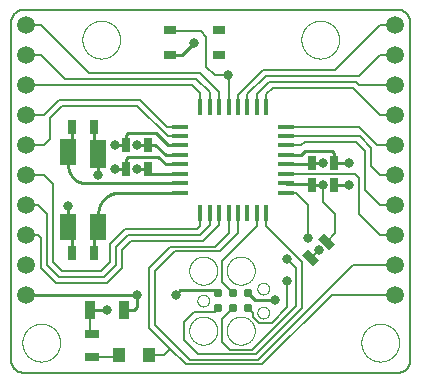
<source format=gtl>
G75*
%MOIN*%
%OFA0B0*%
%FSLAX25Y25*%
%IPPOS*%
%LPD*%
%AMOC8*
5,1,8,0,0,1.08239X$1,22.5*
%
%ADD10C,0.00800*%
%ADD11C,0.00000*%
%ADD12R,0.02756X0.05118*%
%ADD13R,0.03543X0.06299*%
%ADD14R,0.04134X0.02559*%
%ADD15C,0.03100*%
%ADD16R,0.05512X0.01575*%
%ADD17R,0.01575X0.05512*%
%ADD18R,0.05512X0.08661*%
%ADD19R,0.05512X0.09449*%
%ADD20C,0.05906*%
%ADD21R,0.04331X0.04921*%
%ADD22R,0.05118X0.02756*%
%ADD23C,0.03169*%
%ADD24C,0.01000*%
D10*
X0003750Y0005623D02*
X0003750Y0118377D01*
X0003752Y0118504D01*
X0003758Y0118631D01*
X0003768Y0118757D01*
X0003781Y0118884D01*
X0003799Y0119009D01*
X0003820Y0119135D01*
X0003845Y0119259D01*
X0003875Y0119383D01*
X0003907Y0119505D01*
X0003944Y0119627D01*
X0003984Y0119747D01*
X0004028Y0119866D01*
X0004076Y0119984D01*
X0004127Y0120100D01*
X0004182Y0120215D01*
X0004241Y0120328D01*
X0004302Y0120439D01*
X0004368Y0120547D01*
X0004436Y0120654D01*
X0004508Y0120759D01*
X0004583Y0120862D01*
X0004661Y0120962D01*
X0004742Y0121059D01*
X0004826Y0121155D01*
X0004913Y0121247D01*
X0005003Y0121337D01*
X0005095Y0121424D01*
X0005191Y0121508D01*
X0005288Y0121589D01*
X0005388Y0121667D01*
X0005491Y0121742D01*
X0005596Y0121814D01*
X0005703Y0121882D01*
X0005812Y0121948D01*
X0005922Y0122009D01*
X0006035Y0122068D01*
X0006150Y0122123D01*
X0006266Y0122174D01*
X0006384Y0122222D01*
X0006503Y0122266D01*
X0006623Y0122306D01*
X0006745Y0122343D01*
X0006867Y0122375D01*
X0006991Y0122405D01*
X0007115Y0122430D01*
X0007241Y0122451D01*
X0007366Y0122469D01*
X0007493Y0122482D01*
X0007619Y0122492D01*
X0007746Y0122498D01*
X0007873Y0122500D01*
X0132627Y0122500D01*
X0132754Y0122498D01*
X0132881Y0122492D01*
X0133007Y0122482D01*
X0133134Y0122469D01*
X0133259Y0122451D01*
X0133385Y0122430D01*
X0133509Y0122405D01*
X0133633Y0122375D01*
X0133755Y0122343D01*
X0133877Y0122306D01*
X0133997Y0122266D01*
X0134116Y0122222D01*
X0134234Y0122174D01*
X0134350Y0122123D01*
X0134465Y0122068D01*
X0134578Y0122009D01*
X0134689Y0121948D01*
X0134797Y0121882D01*
X0134904Y0121814D01*
X0135009Y0121742D01*
X0135112Y0121667D01*
X0135212Y0121589D01*
X0135309Y0121508D01*
X0135405Y0121424D01*
X0135497Y0121337D01*
X0135587Y0121247D01*
X0135674Y0121155D01*
X0135758Y0121059D01*
X0135839Y0120962D01*
X0135917Y0120862D01*
X0135992Y0120759D01*
X0136064Y0120654D01*
X0136132Y0120547D01*
X0136198Y0120439D01*
X0136259Y0120328D01*
X0136318Y0120215D01*
X0136373Y0120100D01*
X0136424Y0119984D01*
X0136472Y0119866D01*
X0136516Y0119747D01*
X0136556Y0119627D01*
X0136593Y0119505D01*
X0136625Y0119383D01*
X0136655Y0119259D01*
X0136680Y0119135D01*
X0136701Y0119009D01*
X0136719Y0118884D01*
X0136732Y0118757D01*
X0136742Y0118631D01*
X0136748Y0118504D01*
X0136750Y0118377D01*
X0136750Y0005623D01*
X0136748Y0005496D01*
X0136742Y0005369D01*
X0136732Y0005243D01*
X0136719Y0005116D01*
X0136701Y0004991D01*
X0136680Y0004865D01*
X0136655Y0004741D01*
X0136625Y0004617D01*
X0136593Y0004495D01*
X0136556Y0004373D01*
X0136516Y0004253D01*
X0136472Y0004134D01*
X0136424Y0004016D01*
X0136373Y0003900D01*
X0136318Y0003785D01*
X0136259Y0003672D01*
X0136198Y0003561D01*
X0136132Y0003453D01*
X0136064Y0003346D01*
X0135992Y0003241D01*
X0135917Y0003138D01*
X0135839Y0003038D01*
X0135758Y0002941D01*
X0135674Y0002845D01*
X0135587Y0002753D01*
X0135497Y0002663D01*
X0135405Y0002576D01*
X0135309Y0002492D01*
X0135212Y0002411D01*
X0135112Y0002333D01*
X0135009Y0002258D01*
X0134904Y0002186D01*
X0134797Y0002118D01*
X0134689Y0002052D01*
X0134578Y0001991D01*
X0134465Y0001932D01*
X0134350Y0001877D01*
X0134234Y0001826D01*
X0134116Y0001778D01*
X0133997Y0001734D01*
X0133877Y0001694D01*
X0133755Y0001657D01*
X0133633Y0001625D01*
X0133509Y0001595D01*
X0133385Y0001570D01*
X0133259Y0001549D01*
X0133134Y0001531D01*
X0133007Y0001518D01*
X0132881Y0001508D01*
X0132754Y0001502D01*
X0132627Y0001500D01*
X0007873Y0001500D01*
X0007746Y0001502D01*
X0007619Y0001508D01*
X0007493Y0001518D01*
X0007366Y0001531D01*
X0007241Y0001549D01*
X0007115Y0001570D01*
X0006991Y0001595D01*
X0006867Y0001625D01*
X0006745Y0001657D01*
X0006623Y0001694D01*
X0006503Y0001734D01*
X0006384Y0001778D01*
X0006266Y0001826D01*
X0006150Y0001877D01*
X0006035Y0001932D01*
X0005922Y0001991D01*
X0005811Y0002052D01*
X0005703Y0002118D01*
X0005596Y0002186D01*
X0005491Y0002258D01*
X0005388Y0002333D01*
X0005288Y0002411D01*
X0005191Y0002492D01*
X0005095Y0002576D01*
X0005003Y0002663D01*
X0004913Y0002753D01*
X0004826Y0002845D01*
X0004742Y0002941D01*
X0004661Y0003038D01*
X0004583Y0003138D01*
X0004508Y0003241D01*
X0004436Y0003346D01*
X0004368Y0003453D01*
X0004302Y0003562D01*
X0004241Y0003672D01*
X0004182Y0003785D01*
X0004127Y0003900D01*
X0004076Y0004016D01*
X0004028Y0004134D01*
X0003984Y0004253D01*
X0003944Y0004373D01*
X0003907Y0004495D01*
X0003875Y0004617D01*
X0003845Y0004741D01*
X0003820Y0004865D01*
X0003799Y0004991D01*
X0003781Y0005116D01*
X0003768Y0005243D01*
X0003758Y0005369D01*
X0003752Y0005496D01*
X0003750Y0005623D01*
X0030750Y0006760D02*
X0039089Y0006760D01*
X0039829Y0007500D01*
X0049671Y0007500D02*
X0054750Y0007500D01*
X0056750Y0009500D01*
X0061987Y0004263D01*
X0087277Y0004263D01*
X0110515Y0027500D01*
X0131750Y0027500D01*
X0131750Y0037500D02*
X0117722Y0037500D01*
X0086063Y0005840D01*
X0063410Y0005840D01*
X0051750Y0017500D01*
X0051750Y0035500D01*
X0058250Y0042000D01*
X0073250Y0042000D01*
X0079325Y0048075D01*
X0079325Y0054783D01*
X0076175Y0054783D02*
X0076175Y0047925D01*
X0071750Y0043500D01*
X0056750Y0043500D01*
X0049750Y0036500D01*
X0049750Y0016500D01*
X0056750Y0009500D01*
X0061180Y0012281D02*
X0061180Y0018351D01*
X0064629Y0021800D01*
X0071550Y0021800D01*
X0072750Y0023000D01*
X0074050Y0019300D02*
X0074050Y0011860D01*
X0076769Y0009142D01*
X0084127Y0009142D01*
X0098750Y0023764D01*
X0098750Y0036500D01*
X0095750Y0039500D01*
X0100750Y0038500D02*
X0100750Y0023143D01*
X0085170Y0007563D01*
X0065898Y0007563D01*
X0061180Y0012281D01*
X0074050Y0019300D02*
X0077750Y0023000D01*
X0082750Y0023000D02*
X0084350Y0021400D01*
X0084350Y0020100D01*
X0086472Y0017978D01*
X0090514Y0017982D01*
X0095784Y0023277D01*
X0095750Y0032000D01*
X0100750Y0038500D02*
X0088774Y0050476D01*
X0088774Y0054783D01*
X0085624Y0054783D02*
X0085624Y0050374D01*
X0074005Y0038755D01*
X0074005Y0031745D01*
X0077750Y0028000D01*
X0067750Y0045500D02*
X0043750Y0045500D01*
X0040750Y0042500D01*
X0040750Y0036500D01*
X0035750Y0031500D01*
X0018750Y0031500D01*
X0013750Y0036500D01*
X0013750Y0046500D01*
X0012750Y0047500D01*
X0008750Y0047500D01*
X0015750Y0054500D02*
X0012750Y0057500D01*
X0008750Y0057500D01*
X0015750Y0054500D02*
X0015750Y0037500D01*
X0019750Y0033500D01*
X0034750Y0033500D01*
X0038750Y0037500D01*
X0038750Y0043500D01*
X0042750Y0047500D01*
X0066750Y0047500D01*
X0069876Y0050626D01*
X0069876Y0054783D01*
X0073026Y0054783D02*
X0073026Y0050776D01*
X0067750Y0045500D01*
X0065750Y0049500D02*
X0041750Y0049500D01*
X0036750Y0044500D01*
X0036750Y0038500D01*
X0033750Y0035500D01*
X0020750Y0035500D01*
X0017750Y0038500D01*
X0017750Y0064500D01*
X0014750Y0067500D01*
X0008750Y0067500D01*
X0008750Y0077500D02*
X0014750Y0077500D01*
X0016750Y0079500D01*
X0016750Y0086500D01*
X0020750Y0090500D01*
X0045750Y0090500D01*
X0055876Y0080374D01*
X0060033Y0080374D01*
X0060033Y0083524D02*
X0055726Y0083524D01*
X0046750Y0092500D01*
X0019750Y0092500D01*
X0014750Y0087500D01*
X0008750Y0087500D01*
X0008750Y0097500D02*
X0063915Y0097500D01*
X0066726Y0094688D01*
X0066726Y0090217D01*
X0069876Y0090217D02*
X0069876Y0094909D01*
X0065285Y0099500D01*
X0021750Y0099500D01*
X0013750Y0107500D01*
X0008750Y0107500D01*
X0008750Y0117500D02*
X0013750Y0117500D01*
X0029750Y0101500D01*
X0066660Y0101500D01*
X0073026Y0095134D01*
X0073026Y0090217D01*
X0076175Y0090217D02*
X0076175Y0100675D01*
X0076150Y0100700D01*
X0071550Y0100700D01*
X0068750Y0103500D01*
X0068750Y0113500D01*
X0067010Y0115240D01*
X0056089Y0115240D01*
X0056581Y0115732D01*
X0079325Y0094075D02*
X0087750Y0102500D01*
X0111750Y0102500D01*
X0126750Y0117500D01*
X0131750Y0117500D01*
X0131750Y0107500D02*
X0126750Y0107500D01*
X0119750Y0100500D01*
X0088750Y0100500D01*
X0082474Y0094224D01*
X0082474Y0090217D01*
X0079325Y0090217D02*
X0079325Y0094075D01*
X0085624Y0094374D02*
X0085624Y0090217D01*
X0088774Y0090217D02*
X0088774Y0094285D01*
X0090989Y0096500D01*
X0117750Y0096500D01*
X0126750Y0087500D01*
X0131750Y0087500D01*
X0131750Y0097500D02*
X0119750Y0097500D01*
X0118750Y0098500D01*
X0089750Y0098500D01*
X0085624Y0094374D01*
X0095467Y0083524D02*
X0119726Y0083524D01*
X0125750Y0077500D01*
X0131750Y0077500D01*
X0123750Y0076500D02*
X0123750Y0070500D01*
X0126750Y0067500D01*
X0131750Y0067500D01*
X0121750Y0062500D02*
X0126750Y0057500D01*
X0131750Y0057500D01*
X0121750Y0062500D02*
X0121750Y0075500D01*
X0118750Y0078500D01*
X0101750Y0078500D01*
X0100474Y0077224D01*
X0095467Y0077224D01*
X0095467Y0080374D02*
X0119876Y0080374D01*
X0123750Y0076500D01*
X0118474Y0067776D02*
X0119750Y0066500D01*
X0119750Y0054500D01*
X0126750Y0047500D01*
X0131750Y0047500D01*
X0111750Y0048000D02*
X0108895Y0045145D01*
X0106250Y0042500D02*
X0103605Y0039855D01*
X0102750Y0046500D02*
X0102750Y0057500D01*
X0098774Y0061476D01*
X0095467Y0061476D01*
X0095467Y0067776D02*
X0118474Y0067776D01*
X0107750Y0064000D02*
X0107750Y0058289D01*
X0111750Y0054289D01*
X0111750Y0048000D01*
X0066726Y0050476D02*
X0065750Y0049500D01*
X0066726Y0050476D02*
X0066726Y0054783D01*
X0030041Y0022500D02*
X0030041Y0014949D01*
X0030750Y0014240D01*
D11*
X0007451Y0011500D02*
X0007453Y0011658D01*
X0007459Y0011816D01*
X0007469Y0011974D01*
X0007483Y0012132D01*
X0007501Y0012289D01*
X0007522Y0012446D01*
X0007548Y0012602D01*
X0007578Y0012758D01*
X0007611Y0012913D01*
X0007649Y0013066D01*
X0007690Y0013219D01*
X0007735Y0013371D01*
X0007784Y0013522D01*
X0007837Y0013671D01*
X0007893Y0013819D01*
X0007953Y0013965D01*
X0008017Y0014110D01*
X0008085Y0014253D01*
X0008156Y0014395D01*
X0008230Y0014535D01*
X0008308Y0014672D01*
X0008390Y0014808D01*
X0008474Y0014942D01*
X0008563Y0015073D01*
X0008654Y0015202D01*
X0008749Y0015329D01*
X0008846Y0015454D01*
X0008947Y0015576D01*
X0009051Y0015695D01*
X0009158Y0015812D01*
X0009268Y0015926D01*
X0009381Y0016037D01*
X0009496Y0016146D01*
X0009614Y0016251D01*
X0009735Y0016353D01*
X0009858Y0016453D01*
X0009984Y0016549D01*
X0010112Y0016642D01*
X0010242Y0016732D01*
X0010375Y0016818D01*
X0010510Y0016902D01*
X0010646Y0016981D01*
X0010785Y0017058D01*
X0010926Y0017130D01*
X0011068Y0017200D01*
X0011212Y0017265D01*
X0011358Y0017327D01*
X0011505Y0017385D01*
X0011654Y0017440D01*
X0011804Y0017491D01*
X0011955Y0017538D01*
X0012107Y0017581D01*
X0012260Y0017620D01*
X0012415Y0017656D01*
X0012570Y0017687D01*
X0012726Y0017715D01*
X0012882Y0017739D01*
X0013039Y0017759D01*
X0013197Y0017775D01*
X0013354Y0017787D01*
X0013513Y0017795D01*
X0013671Y0017799D01*
X0013829Y0017799D01*
X0013987Y0017795D01*
X0014146Y0017787D01*
X0014303Y0017775D01*
X0014461Y0017759D01*
X0014618Y0017739D01*
X0014774Y0017715D01*
X0014930Y0017687D01*
X0015085Y0017656D01*
X0015240Y0017620D01*
X0015393Y0017581D01*
X0015545Y0017538D01*
X0015696Y0017491D01*
X0015846Y0017440D01*
X0015995Y0017385D01*
X0016142Y0017327D01*
X0016288Y0017265D01*
X0016432Y0017200D01*
X0016574Y0017130D01*
X0016715Y0017058D01*
X0016854Y0016981D01*
X0016990Y0016902D01*
X0017125Y0016818D01*
X0017258Y0016732D01*
X0017388Y0016642D01*
X0017516Y0016549D01*
X0017642Y0016453D01*
X0017765Y0016353D01*
X0017886Y0016251D01*
X0018004Y0016146D01*
X0018119Y0016037D01*
X0018232Y0015926D01*
X0018342Y0015812D01*
X0018449Y0015695D01*
X0018553Y0015576D01*
X0018654Y0015454D01*
X0018751Y0015329D01*
X0018846Y0015202D01*
X0018937Y0015073D01*
X0019026Y0014942D01*
X0019110Y0014808D01*
X0019192Y0014672D01*
X0019270Y0014535D01*
X0019344Y0014395D01*
X0019415Y0014253D01*
X0019483Y0014110D01*
X0019547Y0013965D01*
X0019607Y0013819D01*
X0019663Y0013671D01*
X0019716Y0013522D01*
X0019765Y0013371D01*
X0019810Y0013219D01*
X0019851Y0013066D01*
X0019889Y0012913D01*
X0019922Y0012758D01*
X0019952Y0012602D01*
X0019978Y0012446D01*
X0019999Y0012289D01*
X0020017Y0012132D01*
X0020031Y0011974D01*
X0020041Y0011816D01*
X0020047Y0011658D01*
X0020049Y0011500D01*
X0020047Y0011342D01*
X0020041Y0011184D01*
X0020031Y0011026D01*
X0020017Y0010868D01*
X0019999Y0010711D01*
X0019978Y0010554D01*
X0019952Y0010398D01*
X0019922Y0010242D01*
X0019889Y0010087D01*
X0019851Y0009934D01*
X0019810Y0009781D01*
X0019765Y0009629D01*
X0019716Y0009478D01*
X0019663Y0009329D01*
X0019607Y0009181D01*
X0019547Y0009035D01*
X0019483Y0008890D01*
X0019415Y0008747D01*
X0019344Y0008605D01*
X0019270Y0008465D01*
X0019192Y0008328D01*
X0019110Y0008192D01*
X0019026Y0008058D01*
X0018937Y0007927D01*
X0018846Y0007798D01*
X0018751Y0007671D01*
X0018654Y0007546D01*
X0018553Y0007424D01*
X0018449Y0007305D01*
X0018342Y0007188D01*
X0018232Y0007074D01*
X0018119Y0006963D01*
X0018004Y0006854D01*
X0017886Y0006749D01*
X0017765Y0006647D01*
X0017642Y0006547D01*
X0017516Y0006451D01*
X0017388Y0006358D01*
X0017258Y0006268D01*
X0017125Y0006182D01*
X0016990Y0006098D01*
X0016854Y0006019D01*
X0016715Y0005942D01*
X0016574Y0005870D01*
X0016432Y0005800D01*
X0016288Y0005735D01*
X0016142Y0005673D01*
X0015995Y0005615D01*
X0015846Y0005560D01*
X0015696Y0005509D01*
X0015545Y0005462D01*
X0015393Y0005419D01*
X0015240Y0005380D01*
X0015085Y0005344D01*
X0014930Y0005313D01*
X0014774Y0005285D01*
X0014618Y0005261D01*
X0014461Y0005241D01*
X0014303Y0005225D01*
X0014146Y0005213D01*
X0013987Y0005205D01*
X0013829Y0005201D01*
X0013671Y0005201D01*
X0013513Y0005205D01*
X0013354Y0005213D01*
X0013197Y0005225D01*
X0013039Y0005241D01*
X0012882Y0005261D01*
X0012726Y0005285D01*
X0012570Y0005313D01*
X0012415Y0005344D01*
X0012260Y0005380D01*
X0012107Y0005419D01*
X0011955Y0005462D01*
X0011804Y0005509D01*
X0011654Y0005560D01*
X0011505Y0005615D01*
X0011358Y0005673D01*
X0011212Y0005735D01*
X0011068Y0005800D01*
X0010926Y0005870D01*
X0010785Y0005942D01*
X0010646Y0006019D01*
X0010510Y0006098D01*
X0010375Y0006182D01*
X0010242Y0006268D01*
X0010112Y0006358D01*
X0009984Y0006451D01*
X0009858Y0006547D01*
X0009735Y0006647D01*
X0009614Y0006749D01*
X0009496Y0006854D01*
X0009381Y0006963D01*
X0009268Y0007074D01*
X0009158Y0007188D01*
X0009051Y0007305D01*
X0008947Y0007424D01*
X0008846Y0007546D01*
X0008749Y0007671D01*
X0008654Y0007798D01*
X0008563Y0007927D01*
X0008474Y0008058D01*
X0008390Y0008192D01*
X0008308Y0008328D01*
X0008230Y0008465D01*
X0008156Y0008605D01*
X0008085Y0008747D01*
X0008017Y0008890D01*
X0007953Y0009035D01*
X0007893Y0009181D01*
X0007837Y0009329D01*
X0007784Y0009478D01*
X0007735Y0009629D01*
X0007690Y0009781D01*
X0007649Y0009934D01*
X0007611Y0010087D01*
X0007578Y0010242D01*
X0007548Y0010398D01*
X0007522Y0010554D01*
X0007501Y0010711D01*
X0007483Y0010868D01*
X0007469Y0011026D01*
X0007459Y0011184D01*
X0007453Y0011342D01*
X0007451Y0011500D01*
X0063075Y0015500D02*
X0063077Y0015637D01*
X0063083Y0015773D01*
X0063093Y0015909D01*
X0063107Y0016045D01*
X0063125Y0016181D01*
X0063147Y0016316D01*
X0063172Y0016450D01*
X0063202Y0016583D01*
X0063236Y0016715D01*
X0063273Y0016847D01*
X0063314Y0016977D01*
X0063360Y0017106D01*
X0063408Y0017234D01*
X0063461Y0017360D01*
X0063517Y0017484D01*
X0063577Y0017607D01*
X0063640Y0017728D01*
X0063707Y0017847D01*
X0063777Y0017964D01*
X0063851Y0018080D01*
X0063928Y0018192D01*
X0064008Y0018303D01*
X0064092Y0018411D01*
X0064179Y0018517D01*
X0064268Y0018620D01*
X0064361Y0018720D01*
X0064456Y0018818D01*
X0064555Y0018913D01*
X0064656Y0019005D01*
X0064760Y0019093D01*
X0064866Y0019179D01*
X0064975Y0019262D01*
X0065086Y0019341D01*
X0065199Y0019418D01*
X0065315Y0019491D01*
X0065432Y0019560D01*
X0065552Y0019626D01*
X0065673Y0019688D01*
X0065797Y0019747D01*
X0065922Y0019803D01*
X0066048Y0019854D01*
X0066176Y0019902D01*
X0066305Y0019946D01*
X0066436Y0019987D01*
X0066568Y0020023D01*
X0066700Y0020056D01*
X0066834Y0020084D01*
X0066968Y0020109D01*
X0067103Y0020130D01*
X0067239Y0020147D01*
X0067375Y0020160D01*
X0067511Y0020169D01*
X0067648Y0020174D01*
X0067784Y0020175D01*
X0067921Y0020172D01*
X0068057Y0020165D01*
X0068193Y0020154D01*
X0068329Y0020139D01*
X0068464Y0020120D01*
X0068599Y0020097D01*
X0068733Y0020070D01*
X0068866Y0020040D01*
X0068998Y0020005D01*
X0069130Y0019967D01*
X0069259Y0019925D01*
X0069388Y0019879D01*
X0069515Y0019829D01*
X0069641Y0019775D01*
X0069765Y0019718D01*
X0069888Y0019658D01*
X0070008Y0019593D01*
X0070127Y0019526D01*
X0070243Y0019455D01*
X0070358Y0019380D01*
X0070470Y0019302D01*
X0070580Y0019221D01*
X0070688Y0019137D01*
X0070793Y0019049D01*
X0070895Y0018959D01*
X0070995Y0018866D01*
X0071092Y0018769D01*
X0071186Y0018670D01*
X0071277Y0018569D01*
X0071365Y0018464D01*
X0071450Y0018357D01*
X0071532Y0018248D01*
X0071611Y0018136D01*
X0071686Y0018022D01*
X0071758Y0017906D01*
X0071827Y0017788D01*
X0071892Y0017668D01*
X0071954Y0017546D01*
X0072012Y0017422D01*
X0072066Y0017297D01*
X0072117Y0017170D01*
X0072163Y0017042D01*
X0072207Y0016912D01*
X0072246Y0016781D01*
X0072282Y0016649D01*
X0072313Y0016516D01*
X0072341Y0016383D01*
X0072365Y0016248D01*
X0072385Y0016113D01*
X0072401Y0015977D01*
X0072413Y0015841D01*
X0072421Y0015705D01*
X0072425Y0015568D01*
X0072425Y0015432D01*
X0072421Y0015295D01*
X0072413Y0015159D01*
X0072401Y0015023D01*
X0072385Y0014887D01*
X0072365Y0014752D01*
X0072341Y0014617D01*
X0072313Y0014484D01*
X0072282Y0014351D01*
X0072246Y0014219D01*
X0072207Y0014088D01*
X0072163Y0013958D01*
X0072117Y0013830D01*
X0072066Y0013703D01*
X0072012Y0013578D01*
X0071954Y0013454D01*
X0071892Y0013332D01*
X0071827Y0013212D01*
X0071758Y0013094D01*
X0071686Y0012978D01*
X0071611Y0012864D01*
X0071532Y0012752D01*
X0071450Y0012643D01*
X0071365Y0012536D01*
X0071277Y0012431D01*
X0071186Y0012330D01*
X0071092Y0012231D01*
X0070995Y0012134D01*
X0070895Y0012041D01*
X0070793Y0011951D01*
X0070688Y0011863D01*
X0070580Y0011779D01*
X0070470Y0011698D01*
X0070358Y0011620D01*
X0070243Y0011545D01*
X0070127Y0011474D01*
X0070008Y0011407D01*
X0069888Y0011342D01*
X0069765Y0011282D01*
X0069641Y0011225D01*
X0069515Y0011171D01*
X0069388Y0011121D01*
X0069259Y0011075D01*
X0069130Y0011033D01*
X0068998Y0010995D01*
X0068866Y0010960D01*
X0068733Y0010930D01*
X0068599Y0010903D01*
X0068464Y0010880D01*
X0068329Y0010861D01*
X0068193Y0010846D01*
X0068057Y0010835D01*
X0067921Y0010828D01*
X0067784Y0010825D01*
X0067648Y0010826D01*
X0067511Y0010831D01*
X0067375Y0010840D01*
X0067239Y0010853D01*
X0067103Y0010870D01*
X0066968Y0010891D01*
X0066834Y0010916D01*
X0066700Y0010944D01*
X0066568Y0010977D01*
X0066436Y0011013D01*
X0066305Y0011054D01*
X0066176Y0011098D01*
X0066048Y0011146D01*
X0065922Y0011197D01*
X0065797Y0011253D01*
X0065673Y0011312D01*
X0065552Y0011374D01*
X0065432Y0011440D01*
X0065315Y0011509D01*
X0065199Y0011582D01*
X0065086Y0011659D01*
X0064975Y0011738D01*
X0064866Y0011821D01*
X0064760Y0011907D01*
X0064656Y0011995D01*
X0064555Y0012087D01*
X0064456Y0012182D01*
X0064361Y0012280D01*
X0064268Y0012380D01*
X0064179Y0012483D01*
X0064092Y0012589D01*
X0064008Y0012697D01*
X0063928Y0012808D01*
X0063851Y0012920D01*
X0063777Y0013036D01*
X0063707Y0013153D01*
X0063640Y0013272D01*
X0063577Y0013393D01*
X0063517Y0013516D01*
X0063461Y0013640D01*
X0063408Y0013766D01*
X0063360Y0013894D01*
X0063314Y0014023D01*
X0063273Y0014153D01*
X0063236Y0014285D01*
X0063202Y0014417D01*
X0063172Y0014550D01*
X0063147Y0014684D01*
X0063125Y0014819D01*
X0063107Y0014955D01*
X0063093Y0015091D01*
X0063083Y0015227D01*
X0063077Y0015363D01*
X0063075Y0015500D01*
X0065800Y0025500D02*
X0065802Y0025588D01*
X0065808Y0025676D01*
X0065818Y0025764D01*
X0065832Y0025851D01*
X0065850Y0025937D01*
X0065871Y0026022D01*
X0065897Y0026107D01*
X0065926Y0026190D01*
X0065959Y0026272D01*
X0065996Y0026352D01*
X0066036Y0026430D01*
X0066080Y0026507D01*
X0066127Y0026581D01*
X0066178Y0026653D01*
X0066231Y0026723D01*
X0066288Y0026791D01*
X0066348Y0026855D01*
X0066411Y0026917D01*
X0066476Y0026976D01*
X0066544Y0027032D01*
X0066615Y0027085D01*
X0066687Y0027135D01*
X0066762Y0027181D01*
X0066839Y0027224D01*
X0066918Y0027264D01*
X0066999Y0027299D01*
X0067081Y0027332D01*
X0067164Y0027360D01*
X0067249Y0027385D01*
X0067335Y0027405D01*
X0067421Y0027422D01*
X0067508Y0027435D01*
X0067596Y0027444D01*
X0067684Y0027449D01*
X0067772Y0027450D01*
X0067860Y0027447D01*
X0067948Y0027440D01*
X0068035Y0027429D01*
X0068122Y0027414D01*
X0068208Y0027395D01*
X0068294Y0027373D01*
X0068378Y0027346D01*
X0068460Y0027316D01*
X0068542Y0027282D01*
X0068622Y0027244D01*
X0068699Y0027203D01*
X0068775Y0027159D01*
X0068849Y0027111D01*
X0068921Y0027059D01*
X0068990Y0027005D01*
X0069057Y0026947D01*
X0069121Y0026887D01*
X0069182Y0026823D01*
X0069241Y0026757D01*
X0069296Y0026689D01*
X0069348Y0026617D01*
X0069397Y0026544D01*
X0069442Y0026469D01*
X0069484Y0026391D01*
X0069523Y0026312D01*
X0069558Y0026231D01*
X0069589Y0026148D01*
X0069616Y0026065D01*
X0069640Y0025980D01*
X0069660Y0025894D01*
X0069676Y0025807D01*
X0069688Y0025720D01*
X0069696Y0025632D01*
X0069700Y0025544D01*
X0069700Y0025456D01*
X0069696Y0025368D01*
X0069688Y0025280D01*
X0069676Y0025193D01*
X0069660Y0025106D01*
X0069640Y0025020D01*
X0069616Y0024935D01*
X0069589Y0024852D01*
X0069558Y0024769D01*
X0069523Y0024688D01*
X0069484Y0024609D01*
X0069442Y0024531D01*
X0069397Y0024456D01*
X0069348Y0024383D01*
X0069296Y0024311D01*
X0069241Y0024243D01*
X0069182Y0024177D01*
X0069121Y0024113D01*
X0069057Y0024053D01*
X0068990Y0023995D01*
X0068921Y0023941D01*
X0068849Y0023889D01*
X0068775Y0023841D01*
X0068699Y0023797D01*
X0068622Y0023756D01*
X0068542Y0023718D01*
X0068460Y0023684D01*
X0068378Y0023654D01*
X0068294Y0023627D01*
X0068208Y0023605D01*
X0068122Y0023586D01*
X0068035Y0023571D01*
X0067948Y0023560D01*
X0067860Y0023553D01*
X0067772Y0023550D01*
X0067684Y0023551D01*
X0067596Y0023556D01*
X0067508Y0023565D01*
X0067421Y0023578D01*
X0067335Y0023595D01*
X0067249Y0023615D01*
X0067164Y0023640D01*
X0067081Y0023668D01*
X0066999Y0023701D01*
X0066918Y0023736D01*
X0066839Y0023776D01*
X0066762Y0023819D01*
X0066687Y0023865D01*
X0066615Y0023915D01*
X0066544Y0023968D01*
X0066476Y0024024D01*
X0066411Y0024083D01*
X0066348Y0024145D01*
X0066288Y0024209D01*
X0066231Y0024277D01*
X0066178Y0024347D01*
X0066127Y0024419D01*
X0066080Y0024493D01*
X0066036Y0024570D01*
X0065996Y0024648D01*
X0065959Y0024728D01*
X0065926Y0024810D01*
X0065897Y0024893D01*
X0065871Y0024978D01*
X0065850Y0025063D01*
X0065832Y0025149D01*
X0065818Y0025236D01*
X0065808Y0025324D01*
X0065802Y0025412D01*
X0065800Y0025500D01*
X0063075Y0035500D02*
X0063077Y0035637D01*
X0063083Y0035773D01*
X0063093Y0035909D01*
X0063107Y0036045D01*
X0063125Y0036181D01*
X0063147Y0036316D01*
X0063172Y0036450D01*
X0063202Y0036583D01*
X0063236Y0036715D01*
X0063273Y0036847D01*
X0063314Y0036977D01*
X0063360Y0037106D01*
X0063408Y0037234D01*
X0063461Y0037360D01*
X0063517Y0037484D01*
X0063577Y0037607D01*
X0063640Y0037728D01*
X0063707Y0037847D01*
X0063777Y0037964D01*
X0063851Y0038080D01*
X0063928Y0038192D01*
X0064008Y0038303D01*
X0064092Y0038411D01*
X0064179Y0038517D01*
X0064268Y0038620D01*
X0064361Y0038720D01*
X0064456Y0038818D01*
X0064555Y0038913D01*
X0064656Y0039005D01*
X0064760Y0039093D01*
X0064866Y0039179D01*
X0064975Y0039262D01*
X0065086Y0039341D01*
X0065199Y0039418D01*
X0065315Y0039491D01*
X0065432Y0039560D01*
X0065552Y0039626D01*
X0065673Y0039688D01*
X0065797Y0039747D01*
X0065922Y0039803D01*
X0066048Y0039854D01*
X0066176Y0039902D01*
X0066305Y0039946D01*
X0066436Y0039987D01*
X0066568Y0040023D01*
X0066700Y0040056D01*
X0066834Y0040084D01*
X0066968Y0040109D01*
X0067103Y0040130D01*
X0067239Y0040147D01*
X0067375Y0040160D01*
X0067511Y0040169D01*
X0067648Y0040174D01*
X0067784Y0040175D01*
X0067921Y0040172D01*
X0068057Y0040165D01*
X0068193Y0040154D01*
X0068329Y0040139D01*
X0068464Y0040120D01*
X0068599Y0040097D01*
X0068733Y0040070D01*
X0068866Y0040040D01*
X0068998Y0040005D01*
X0069130Y0039967D01*
X0069259Y0039925D01*
X0069388Y0039879D01*
X0069515Y0039829D01*
X0069641Y0039775D01*
X0069765Y0039718D01*
X0069888Y0039658D01*
X0070008Y0039593D01*
X0070127Y0039526D01*
X0070243Y0039455D01*
X0070358Y0039380D01*
X0070470Y0039302D01*
X0070580Y0039221D01*
X0070688Y0039137D01*
X0070793Y0039049D01*
X0070895Y0038959D01*
X0070995Y0038866D01*
X0071092Y0038769D01*
X0071186Y0038670D01*
X0071277Y0038569D01*
X0071365Y0038464D01*
X0071450Y0038357D01*
X0071532Y0038248D01*
X0071611Y0038136D01*
X0071686Y0038022D01*
X0071758Y0037906D01*
X0071827Y0037788D01*
X0071892Y0037668D01*
X0071954Y0037546D01*
X0072012Y0037422D01*
X0072066Y0037297D01*
X0072117Y0037170D01*
X0072163Y0037042D01*
X0072207Y0036912D01*
X0072246Y0036781D01*
X0072282Y0036649D01*
X0072313Y0036516D01*
X0072341Y0036383D01*
X0072365Y0036248D01*
X0072385Y0036113D01*
X0072401Y0035977D01*
X0072413Y0035841D01*
X0072421Y0035705D01*
X0072425Y0035568D01*
X0072425Y0035432D01*
X0072421Y0035295D01*
X0072413Y0035159D01*
X0072401Y0035023D01*
X0072385Y0034887D01*
X0072365Y0034752D01*
X0072341Y0034617D01*
X0072313Y0034484D01*
X0072282Y0034351D01*
X0072246Y0034219D01*
X0072207Y0034088D01*
X0072163Y0033958D01*
X0072117Y0033830D01*
X0072066Y0033703D01*
X0072012Y0033578D01*
X0071954Y0033454D01*
X0071892Y0033332D01*
X0071827Y0033212D01*
X0071758Y0033094D01*
X0071686Y0032978D01*
X0071611Y0032864D01*
X0071532Y0032752D01*
X0071450Y0032643D01*
X0071365Y0032536D01*
X0071277Y0032431D01*
X0071186Y0032330D01*
X0071092Y0032231D01*
X0070995Y0032134D01*
X0070895Y0032041D01*
X0070793Y0031951D01*
X0070688Y0031863D01*
X0070580Y0031779D01*
X0070470Y0031698D01*
X0070358Y0031620D01*
X0070243Y0031545D01*
X0070127Y0031474D01*
X0070008Y0031407D01*
X0069888Y0031342D01*
X0069765Y0031282D01*
X0069641Y0031225D01*
X0069515Y0031171D01*
X0069388Y0031121D01*
X0069259Y0031075D01*
X0069130Y0031033D01*
X0068998Y0030995D01*
X0068866Y0030960D01*
X0068733Y0030930D01*
X0068599Y0030903D01*
X0068464Y0030880D01*
X0068329Y0030861D01*
X0068193Y0030846D01*
X0068057Y0030835D01*
X0067921Y0030828D01*
X0067784Y0030825D01*
X0067648Y0030826D01*
X0067511Y0030831D01*
X0067375Y0030840D01*
X0067239Y0030853D01*
X0067103Y0030870D01*
X0066968Y0030891D01*
X0066834Y0030916D01*
X0066700Y0030944D01*
X0066568Y0030977D01*
X0066436Y0031013D01*
X0066305Y0031054D01*
X0066176Y0031098D01*
X0066048Y0031146D01*
X0065922Y0031197D01*
X0065797Y0031253D01*
X0065673Y0031312D01*
X0065552Y0031374D01*
X0065432Y0031440D01*
X0065315Y0031509D01*
X0065199Y0031582D01*
X0065086Y0031659D01*
X0064975Y0031738D01*
X0064866Y0031821D01*
X0064760Y0031907D01*
X0064656Y0031995D01*
X0064555Y0032087D01*
X0064456Y0032182D01*
X0064361Y0032280D01*
X0064268Y0032380D01*
X0064179Y0032483D01*
X0064092Y0032589D01*
X0064008Y0032697D01*
X0063928Y0032808D01*
X0063851Y0032920D01*
X0063777Y0033036D01*
X0063707Y0033153D01*
X0063640Y0033272D01*
X0063577Y0033393D01*
X0063517Y0033516D01*
X0063461Y0033640D01*
X0063408Y0033766D01*
X0063360Y0033894D01*
X0063314Y0034023D01*
X0063273Y0034153D01*
X0063236Y0034285D01*
X0063202Y0034417D01*
X0063172Y0034550D01*
X0063147Y0034684D01*
X0063125Y0034819D01*
X0063107Y0034955D01*
X0063093Y0035091D01*
X0063083Y0035227D01*
X0063077Y0035363D01*
X0063075Y0035500D01*
X0075575Y0035500D02*
X0075577Y0035637D01*
X0075583Y0035773D01*
X0075593Y0035909D01*
X0075607Y0036045D01*
X0075625Y0036181D01*
X0075647Y0036316D01*
X0075672Y0036450D01*
X0075702Y0036583D01*
X0075736Y0036715D01*
X0075773Y0036847D01*
X0075814Y0036977D01*
X0075860Y0037106D01*
X0075908Y0037234D01*
X0075961Y0037360D01*
X0076017Y0037484D01*
X0076077Y0037607D01*
X0076140Y0037728D01*
X0076207Y0037847D01*
X0076277Y0037964D01*
X0076351Y0038080D01*
X0076428Y0038192D01*
X0076508Y0038303D01*
X0076592Y0038411D01*
X0076679Y0038517D01*
X0076768Y0038620D01*
X0076861Y0038720D01*
X0076956Y0038818D01*
X0077055Y0038913D01*
X0077156Y0039005D01*
X0077260Y0039093D01*
X0077366Y0039179D01*
X0077475Y0039262D01*
X0077586Y0039341D01*
X0077699Y0039418D01*
X0077815Y0039491D01*
X0077932Y0039560D01*
X0078052Y0039626D01*
X0078173Y0039688D01*
X0078297Y0039747D01*
X0078422Y0039803D01*
X0078548Y0039854D01*
X0078676Y0039902D01*
X0078805Y0039946D01*
X0078936Y0039987D01*
X0079068Y0040023D01*
X0079200Y0040056D01*
X0079334Y0040084D01*
X0079468Y0040109D01*
X0079603Y0040130D01*
X0079739Y0040147D01*
X0079875Y0040160D01*
X0080011Y0040169D01*
X0080148Y0040174D01*
X0080284Y0040175D01*
X0080421Y0040172D01*
X0080557Y0040165D01*
X0080693Y0040154D01*
X0080829Y0040139D01*
X0080964Y0040120D01*
X0081099Y0040097D01*
X0081233Y0040070D01*
X0081366Y0040040D01*
X0081498Y0040005D01*
X0081630Y0039967D01*
X0081759Y0039925D01*
X0081888Y0039879D01*
X0082015Y0039829D01*
X0082141Y0039775D01*
X0082265Y0039718D01*
X0082388Y0039658D01*
X0082508Y0039593D01*
X0082627Y0039526D01*
X0082743Y0039455D01*
X0082858Y0039380D01*
X0082970Y0039302D01*
X0083080Y0039221D01*
X0083188Y0039137D01*
X0083293Y0039049D01*
X0083395Y0038959D01*
X0083495Y0038866D01*
X0083592Y0038769D01*
X0083686Y0038670D01*
X0083777Y0038569D01*
X0083865Y0038464D01*
X0083950Y0038357D01*
X0084032Y0038248D01*
X0084111Y0038136D01*
X0084186Y0038022D01*
X0084258Y0037906D01*
X0084327Y0037788D01*
X0084392Y0037668D01*
X0084454Y0037546D01*
X0084512Y0037422D01*
X0084566Y0037297D01*
X0084617Y0037170D01*
X0084663Y0037042D01*
X0084707Y0036912D01*
X0084746Y0036781D01*
X0084782Y0036649D01*
X0084813Y0036516D01*
X0084841Y0036383D01*
X0084865Y0036248D01*
X0084885Y0036113D01*
X0084901Y0035977D01*
X0084913Y0035841D01*
X0084921Y0035705D01*
X0084925Y0035568D01*
X0084925Y0035432D01*
X0084921Y0035295D01*
X0084913Y0035159D01*
X0084901Y0035023D01*
X0084885Y0034887D01*
X0084865Y0034752D01*
X0084841Y0034617D01*
X0084813Y0034484D01*
X0084782Y0034351D01*
X0084746Y0034219D01*
X0084707Y0034088D01*
X0084663Y0033958D01*
X0084617Y0033830D01*
X0084566Y0033703D01*
X0084512Y0033578D01*
X0084454Y0033454D01*
X0084392Y0033332D01*
X0084327Y0033212D01*
X0084258Y0033094D01*
X0084186Y0032978D01*
X0084111Y0032864D01*
X0084032Y0032752D01*
X0083950Y0032643D01*
X0083865Y0032536D01*
X0083777Y0032431D01*
X0083686Y0032330D01*
X0083592Y0032231D01*
X0083495Y0032134D01*
X0083395Y0032041D01*
X0083293Y0031951D01*
X0083188Y0031863D01*
X0083080Y0031779D01*
X0082970Y0031698D01*
X0082858Y0031620D01*
X0082743Y0031545D01*
X0082627Y0031474D01*
X0082508Y0031407D01*
X0082388Y0031342D01*
X0082265Y0031282D01*
X0082141Y0031225D01*
X0082015Y0031171D01*
X0081888Y0031121D01*
X0081759Y0031075D01*
X0081630Y0031033D01*
X0081498Y0030995D01*
X0081366Y0030960D01*
X0081233Y0030930D01*
X0081099Y0030903D01*
X0080964Y0030880D01*
X0080829Y0030861D01*
X0080693Y0030846D01*
X0080557Y0030835D01*
X0080421Y0030828D01*
X0080284Y0030825D01*
X0080148Y0030826D01*
X0080011Y0030831D01*
X0079875Y0030840D01*
X0079739Y0030853D01*
X0079603Y0030870D01*
X0079468Y0030891D01*
X0079334Y0030916D01*
X0079200Y0030944D01*
X0079068Y0030977D01*
X0078936Y0031013D01*
X0078805Y0031054D01*
X0078676Y0031098D01*
X0078548Y0031146D01*
X0078422Y0031197D01*
X0078297Y0031253D01*
X0078173Y0031312D01*
X0078052Y0031374D01*
X0077932Y0031440D01*
X0077815Y0031509D01*
X0077699Y0031582D01*
X0077586Y0031659D01*
X0077475Y0031738D01*
X0077366Y0031821D01*
X0077260Y0031907D01*
X0077156Y0031995D01*
X0077055Y0032087D01*
X0076956Y0032182D01*
X0076861Y0032280D01*
X0076768Y0032380D01*
X0076679Y0032483D01*
X0076592Y0032589D01*
X0076508Y0032697D01*
X0076428Y0032808D01*
X0076351Y0032920D01*
X0076277Y0033036D01*
X0076207Y0033153D01*
X0076140Y0033272D01*
X0076077Y0033393D01*
X0076017Y0033516D01*
X0075961Y0033640D01*
X0075908Y0033766D01*
X0075860Y0033894D01*
X0075814Y0034023D01*
X0075773Y0034153D01*
X0075736Y0034285D01*
X0075702Y0034417D01*
X0075672Y0034550D01*
X0075647Y0034684D01*
X0075625Y0034819D01*
X0075607Y0034955D01*
X0075593Y0035091D01*
X0075583Y0035227D01*
X0075577Y0035363D01*
X0075575Y0035500D01*
X0085800Y0029500D02*
X0085802Y0029588D01*
X0085808Y0029676D01*
X0085818Y0029764D01*
X0085832Y0029851D01*
X0085850Y0029937D01*
X0085871Y0030022D01*
X0085897Y0030107D01*
X0085926Y0030190D01*
X0085959Y0030272D01*
X0085996Y0030352D01*
X0086036Y0030430D01*
X0086080Y0030507D01*
X0086127Y0030581D01*
X0086178Y0030653D01*
X0086231Y0030723D01*
X0086288Y0030791D01*
X0086348Y0030855D01*
X0086411Y0030917D01*
X0086476Y0030976D01*
X0086544Y0031032D01*
X0086615Y0031085D01*
X0086687Y0031135D01*
X0086762Y0031181D01*
X0086839Y0031224D01*
X0086918Y0031264D01*
X0086999Y0031299D01*
X0087081Y0031332D01*
X0087164Y0031360D01*
X0087249Y0031385D01*
X0087335Y0031405D01*
X0087421Y0031422D01*
X0087508Y0031435D01*
X0087596Y0031444D01*
X0087684Y0031449D01*
X0087772Y0031450D01*
X0087860Y0031447D01*
X0087948Y0031440D01*
X0088035Y0031429D01*
X0088122Y0031414D01*
X0088208Y0031395D01*
X0088294Y0031373D01*
X0088378Y0031346D01*
X0088460Y0031316D01*
X0088542Y0031282D01*
X0088622Y0031244D01*
X0088699Y0031203D01*
X0088775Y0031159D01*
X0088849Y0031111D01*
X0088921Y0031059D01*
X0088990Y0031005D01*
X0089057Y0030947D01*
X0089121Y0030887D01*
X0089182Y0030823D01*
X0089241Y0030757D01*
X0089296Y0030689D01*
X0089348Y0030617D01*
X0089397Y0030544D01*
X0089442Y0030469D01*
X0089484Y0030391D01*
X0089523Y0030312D01*
X0089558Y0030231D01*
X0089589Y0030148D01*
X0089616Y0030065D01*
X0089640Y0029980D01*
X0089660Y0029894D01*
X0089676Y0029807D01*
X0089688Y0029720D01*
X0089696Y0029632D01*
X0089700Y0029544D01*
X0089700Y0029456D01*
X0089696Y0029368D01*
X0089688Y0029280D01*
X0089676Y0029193D01*
X0089660Y0029106D01*
X0089640Y0029020D01*
X0089616Y0028935D01*
X0089589Y0028852D01*
X0089558Y0028769D01*
X0089523Y0028688D01*
X0089484Y0028609D01*
X0089442Y0028531D01*
X0089397Y0028456D01*
X0089348Y0028383D01*
X0089296Y0028311D01*
X0089241Y0028243D01*
X0089182Y0028177D01*
X0089121Y0028113D01*
X0089057Y0028053D01*
X0088990Y0027995D01*
X0088921Y0027941D01*
X0088849Y0027889D01*
X0088775Y0027841D01*
X0088699Y0027797D01*
X0088622Y0027756D01*
X0088542Y0027718D01*
X0088460Y0027684D01*
X0088378Y0027654D01*
X0088294Y0027627D01*
X0088208Y0027605D01*
X0088122Y0027586D01*
X0088035Y0027571D01*
X0087948Y0027560D01*
X0087860Y0027553D01*
X0087772Y0027550D01*
X0087684Y0027551D01*
X0087596Y0027556D01*
X0087508Y0027565D01*
X0087421Y0027578D01*
X0087335Y0027595D01*
X0087249Y0027615D01*
X0087164Y0027640D01*
X0087081Y0027668D01*
X0086999Y0027701D01*
X0086918Y0027736D01*
X0086839Y0027776D01*
X0086762Y0027819D01*
X0086687Y0027865D01*
X0086615Y0027915D01*
X0086544Y0027968D01*
X0086476Y0028024D01*
X0086411Y0028083D01*
X0086348Y0028145D01*
X0086288Y0028209D01*
X0086231Y0028277D01*
X0086178Y0028347D01*
X0086127Y0028419D01*
X0086080Y0028493D01*
X0086036Y0028570D01*
X0085996Y0028648D01*
X0085959Y0028728D01*
X0085926Y0028810D01*
X0085897Y0028893D01*
X0085871Y0028978D01*
X0085850Y0029063D01*
X0085832Y0029149D01*
X0085818Y0029236D01*
X0085808Y0029324D01*
X0085802Y0029412D01*
X0085800Y0029500D01*
X0085800Y0021500D02*
X0085802Y0021588D01*
X0085808Y0021676D01*
X0085818Y0021764D01*
X0085832Y0021851D01*
X0085850Y0021937D01*
X0085871Y0022022D01*
X0085897Y0022107D01*
X0085926Y0022190D01*
X0085959Y0022272D01*
X0085996Y0022352D01*
X0086036Y0022430D01*
X0086080Y0022507D01*
X0086127Y0022581D01*
X0086178Y0022653D01*
X0086231Y0022723D01*
X0086288Y0022791D01*
X0086348Y0022855D01*
X0086411Y0022917D01*
X0086476Y0022976D01*
X0086544Y0023032D01*
X0086615Y0023085D01*
X0086687Y0023135D01*
X0086762Y0023181D01*
X0086839Y0023224D01*
X0086918Y0023264D01*
X0086999Y0023299D01*
X0087081Y0023332D01*
X0087164Y0023360D01*
X0087249Y0023385D01*
X0087335Y0023405D01*
X0087421Y0023422D01*
X0087508Y0023435D01*
X0087596Y0023444D01*
X0087684Y0023449D01*
X0087772Y0023450D01*
X0087860Y0023447D01*
X0087948Y0023440D01*
X0088035Y0023429D01*
X0088122Y0023414D01*
X0088208Y0023395D01*
X0088294Y0023373D01*
X0088378Y0023346D01*
X0088460Y0023316D01*
X0088542Y0023282D01*
X0088622Y0023244D01*
X0088699Y0023203D01*
X0088775Y0023159D01*
X0088849Y0023111D01*
X0088921Y0023059D01*
X0088990Y0023005D01*
X0089057Y0022947D01*
X0089121Y0022887D01*
X0089182Y0022823D01*
X0089241Y0022757D01*
X0089296Y0022689D01*
X0089348Y0022617D01*
X0089397Y0022544D01*
X0089442Y0022469D01*
X0089484Y0022391D01*
X0089523Y0022312D01*
X0089558Y0022231D01*
X0089589Y0022148D01*
X0089616Y0022065D01*
X0089640Y0021980D01*
X0089660Y0021894D01*
X0089676Y0021807D01*
X0089688Y0021720D01*
X0089696Y0021632D01*
X0089700Y0021544D01*
X0089700Y0021456D01*
X0089696Y0021368D01*
X0089688Y0021280D01*
X0089676Y0021193D01*
X0089660Y0021106D01*
X0089640Y0021020D01*
X0089616Y0020935D01*
X0089589Y0020852D01*
X0089558Y0020769D01*
X0089523Y0020688D01*
X0089484Y0020609D01*
X0089442Y0020531D01*
X0089397Y0020456D01*
X0089348Y0020383D01*
X0089296Y0020311D01*
X0089241Y0020243D01*
X0089182Y0020177D01*
X0089121Y0020113D01*
X0089057Y0020053D01*
X0088990Y0019995D01*
X0088921Y0019941D01*
X0088849Y0019889D01*
X0088775Y0019841D01*
X0088699Y0019797D01*
X0088622Y0019756D01*
X0088542Y0019718D01*
X0088460Y0019684D01*
X0088378Y0019654D01*
X0088294Y0019627D01*
X0088208Y0019605D01*
X0088122Y0019586D01*
X0088035Y0019571D01*
X0087948Y0019560D01*
X0087860Y0019553D01*
X0087772Y0019550D01*
X0087684Y0019551D01*
X0087596Y0019556D01*
X0087508Y0019565D01*
X0087421Y0019578D01*
X0087335Y0019595D01*
X0087249Y0019615D01*
X0087164Y0019640D01*
X0087081Y0019668D01*
X0086999Y0019701D01*
X0086918Y0019736D01*
X0086839Y0019776D01*
X0086762Y0019819D01*
X0086687Y0019865D01*
X0086615Y0019915D01*
X0086544Y0019968D01*
X0086476Y0020024D01*
X0086411Y0020083D01*
X0086348Y0020145D01*
X0086288Y0020209D01*
X0086231Y0020277D01*
X0086178Y0020347D01*
X0086127Y0020419D01*
X0086080Y0020493D01*
X0086036Y0020570D01*
X0085996Y0020648D01*
X0085959Y0020728D01*
X0085926Y0020810D01*
X0085897Y0020893D01*
X0085871Y0020978D01*
X0085850Y0021063D01*
X0085832Y0021149D01*
X0085818Y0021236D01*
X0085808Y0021324D01*
X0085802Y0021412D01*
X0085800Y0021500D01*
X0075575Y0015500D02*
X0075577Y0015637D01*
X0075583Y0015773D01*
X0075593Y0015909D01*
X0075607Y0016045D01*
X0075625Y0016181D01*
X0075647Y0016316D01*
X0075672Y0016450D01*
X0075702Y0016583D01*
X0075736Y0016715D01*
X0075773Y0016847D01*
X0075814Y0016977D01*
X0075860Y0017106D01*
X0075908Y0017234D01*
X0075961Y0017360D01*
X0076017Y0017484D01*
X0076077Y0017607D01*
X0076140Y0017728D01*
X0076207Y0017847D01*
X0076277Y0017964D01*
X0076351Y0018080D01*
X0076428Y0018192D01*
X0076508Y0018303D01*
X0076592Y0018411D01*
X0076679Y0018517D01*
X0076768Y0018620D01*
X0076861Y0018720D01*
X0076956Y0018818D01*
X0077055Y0018913D01*
X0077156Y0019005D01*
X0077260Y0019093D01*
X0077366Y0019179D01*
X0077475Y0019262D01*
X0077586Y0019341D01*
X0077699Y0019418D01*
X0077815Y0019491D01*
X0077932Y0019560D01*
X0078052Y0019626D01*
X0078173Y0019688D01*
X0078297Y0019747D01*
X0078422Y0019803D01*
X0078548Y0019854D01*
X0078676Y0019902D01*
X0078805Y0019946D01*
X0078936Y0019987D01*
X0079068Y0020023D01*
X0079200Y0020056D01*
X0079334Y0020084D01*
X0079468Y0020109D01*
X0079603Y0020130D01*
X0079739Y0020147D01*
X0079875Y0020160D01*
X0080011Y0020169D01*
X0080148Y0020174D01*
X0080284Y0020175D01*
X0080421Y0020172D01*
X0080557Y0020165D01*
X0080693Y0020154D01*
X0080829Y0020139D01*
X0080964Y0020120D01*
X0081099Y0020097D01*
X0081233Y0020070D01*
X0081366Y0020040D01*
X0081498Y0020005D01*
X0081630Y0019967D01*
X0081759Y0019925D01*
X0081888Y0019879D01*
X0082015Y0019829D01*
X0082141Y0019775D01*
X0082265Y0019718D01*
X0082388Y0019658D01*
X0082508Y0019593D01*
X0082627Y0019526D01*
X0082743Y0019455D01*
X0082858Y0019380D01*
X0082970Y0019302D01*
X0083080Y0019221D01*
X0083188Y0019137D01*
X0083293Y0019049D01*
X0083395Y0018959D01*
X0083495Y0018866D01*
X0083592Y0018769D01*
X0083686Y0018670D01*
X0083777Y0018569D01*
X0083865Y0018464D01*
X0083950Y0018357D01*
X0084032Y0018248D01*
X0084111Y0018136D01*
X0084186Y0018022D01*
X0084258Y0017906D01*
X0084327Y0017788D01*
X0084392Y0017668D01*
X0084454Y0017546D01*
X0084512Y0017422D01*
X0084566Y0017297D01*
X0084617Y0017170D01*
X0084663Y0017042D01*
X0084707Y0016912D01*
X0084746Y0016781D01*
X0084782Y0016649D01*
X0084813Y0016516D01*
X0084841Y0016383D01*
X0084865Y0016248D01*
X0084885Y0016113D01*
X0084901Y0015977D01*
X0084913Y0015841D01*
X0084921Y0015705D01*
X0084925Y0015568D01*
X0084925Y0015432D01*
X0084921Y0015295D01*
X0084913Y0015159D01*
X0084901Y0015023D01*
X0084885Y0014887D01*
X0084865Y0014752D01*
X0084841Y0014617D01*
X0084813Y0014484D01*
X0084782Y0014351D01*
X0084746Y0014219D01*
X0084707Y0014088D01*
X0084663Y0013958D01*
X0084617Y0013830D01*
X0084566Y0013703D01*
X0084512Y0013578D01*
X0084454Y0013454D01*
X0084392Y0013332D01*
X0084327Y0013212D01*
X0084258Y0013094D01*
X0084186Y0012978D01*
X0084111Y0012864D01*
X0084032Y0012752D01*
X0083950Y0012643D01*
X0083865Y0012536D01*
X0083777Y0012431D01*
X0083686Y0012330D01*
X0083592Y0012231D01*
X0083495Y0012134D01*
X0083395Y0012041D01*
X0083293Y0011951D01*
X0083188Y0011863D01*
X0083080Y0011779D01*
X0082970Y0011698D01*
X0082858Y0011620D01*
X0082743Y0011545D01*
X0082627Y0011474D01*
X0082508Y0011407D01*
X0082388Y0011342D01*
X0082265Y0011282D01*
X0082141Y0011225D01*
X0082015Y0011171D01*
X0081888Y0011121D01*
X0081759Y0011075D01*
X0081630Y0011033D01*
X0081498Y0010995D01*
X0081366Y0010960D01*
X0081233Y0010930D01*
X0081099Y0010903D01*
X0080964Y0010880D01*
X0080829Y0010861D01*
X0080693Y0010846D01*
X0080557Y0010835D01*
X0080421Y0010828D01*
X0080284Y0010825D01*
X0080148Y0010826D01*
X0080011Y0010831D01*
X0079875Y0010840D01*
X0079739Y0010853D01*
X0079603Y0010870D01*
X0079468Y0010891D01*
X0079334Y0010916D01*
X0079200Y0010944D01*
X0079068Y0010977D01*
X0078936Y0011013D01*
X0078805Y0011054D01*
X0078676Y0011098D01*
X0078548Y0011146D01*
X0078422Y0011197D01*
X0078297Y0011253D01*
X0078173Y0011312D01*
X0078052Y0011374D01*
X0077932Y0011440D01*
X0077815Y0011509D01*
X0077699Y0011582D01*
X0077586Y0011659D01*
X0077475Y0011738D01*
X0077366Y0011821D01*
X0077260Y0011907D01*
X0077156Y0011995D01*
X0077055Y0012087D01*
X0076956Y0012182D01*
X0076861Y0012280D01*
X0076768Y0012380D01*
X0076679Y0012483D01*
X0076592Y0012589D01*
X0076508Y0012697D01*
X0076428Y0012808D01*
X0076351Y0012920D01*
X0076277Y0013036D01*
X0076207Y0013153D01*
X0076140Y0013272D01*
X0076077Y0013393D01*
X0076017Y0013516D01*
X0075961Y0013640D01*
X0075908Y0013766D01*
X0075860Y0013894D01*
X0075814Y0014023D01*
X0075773Y0014153D01*
X0075736Y0014285D01*
X0075702Y0014417D01*
X0075672Y0014550D01*
X0075647Y0014684D01*
X0075625Y0014819D01*
X0075607Y0014955D01*
X0075593Y0015091D01*
X0075583Y0015227D01*
X0075577Y0015363D01*
X0075575Y0015500D01*
X0120451Y0011500D02*
X0120453Y0011658D01*
X0120459Y0011816D01*
X0120469Y0011974D01*
X0120483Y0012132D01*
X0120501Y0012289D01*
X0120522Y0012446D01*
X0120548Y0012602D01*
X0120578Y0012758D01*
X0120611Y0012913D01*
X0120649Y0013066D01*
X0120690Y0013219D01*
X0120735Y0013371D01*
X0120784Y0013522D01*
X0120837Y0013671D01*
X0120893Y0013819D01*
X0120953Y0013965D01*
X0121017Y0014110D01*
X0121085Y0014253D01*
X0121156Y0014395D01*
X0121230Y0014535D01*
X0121308Y0014672D01*
X0121390Y0014808D01*
X0121474Y0014942D01*
X0121563Y0015073D01*
X0121654Y0015202D01*
X0121749Y0015329D01*
X0121846Y0015454D01*
X0121947Y0015576D01*
X0122051Y0015695D01*
X0122158Y0015812D01*
X0122268Y0015926D01*
X0122381Y0016037D01*
X0122496Y0016146D01*
X0122614Y0016251D01*
X0122735Y0016353D01*
X0122858Y0016453D01*
X0122984Y0016549D01*
X0123112Y0016642D01*
X0123242Y0016732D01*
X0123375Y0016818D01*
X0123510Y0016902D01*
X0123646Y0016981D01*
X0123785Y0017058D01*
X0123926Y0017130D01*
X0124068Y0017200D01*
X0124212Y0017265D01*
X0124358Y0017327D01*
X0124505Y0017385D01*
X0124654Y0017440D01*
X0124804Y0017491D01*
X0124955Y0017538D01*
X0125107Y0017581D01*
X0125260Y0017620D01*
X0125415Y0017656D01*
X0125570Y0017687D01*
X0125726Y0017715D01*
X0125882Y0017739D01*
X0126039Y0017759D01*
X0126197Y0017775D01*
X0126354Y0017787D01*
X0126513Y0017795D01*
X0126671Y0017799D01*
X0126829Y0017799D01*
X0126987Y0017795D01*
X0127146Y0017787D01*
X0127303Y0017775D01*
X0127461Y0017759D01*
X0127618Y0017739D01*
X0127774Y0017715D01*
X0127930Y0017687D01*
X0128085Y0017656D01*
X0128240Y0017620D01*
X0128393Y0017581D01*
X0128545Y0017538D01*
X0128696Y0017491D01*
X0128846Y0017440D01*
X0128995Y0017385D01*
X0129142Y0017327D01*
X0129288Y0017265D01*
X0129432Y0017200D01*
X0129574Y0017130D01*
X0129715Y0017058D01*
X0129854Y0016981D01*
X0129990Y0016902D01*
X0130125Y0016818D01*
X0130258Y0016732D01*
X0130388Y0016642D01*
X0130516Y0016549D01*
X0130642Y0016453D01*
X0130765Y0016353D01*
X0130886Y0016251D01*
X0131004Y0016146D01*
X0131119Y0016037D01*
X0131232Y0015926D01*
X0131342Y0015812D01*
X0131449Y0015695D01*
X0131553Y0015576D01*
X0131654Y0015454D01*
X0131751Y0015329D01*
X0131846Y0015202D01*
X0131937Y0015073D01*
X0132026Y0014942D01*
X0132110Y0014808D01*
X0132192Y0014672D01*
X0132270Y0014535D01*
X0132344Y0014395D01*
X0132415Y0014253D01*
X0132483Y0014110D01*
X0132547Y0013965D01*
X0132607Y0013819D01*
X0132663Y0013671D01*
X0132716Y0013522D01*
X0132765Y0013371D01*
X0132810Y0013219D01*
X0132851Y0013066D01*
X0132889Y0012913D01*
X0132922Y0012758D01*
X0132952Y0012602D01*
X0132978Y0012446D01*
X0132999Y0012289D01*
X0133017Y0012132D01*
X0133031Y0011974D01*
X0133041Y0011816D01*
X0133047Y0011658D01*
X0133049Y0011500D01*
X0133047Y0011342D01*
X0133041Y0011184D01*
X0133031Y0011026D01*
X0133017Y0010868D01*
X0132999Y0010711D01*
X0132978Y0010554D01*
X0132952Y0010398D01*
X0132922Y0010242D01*
X0132889Y0010087D01*
X0132851Y0009934D01*
X0132810Y0009781D01*
X0132765Y0009629D01*
X0132716Y0009478D01*
X0132663Y0009329D01*
X0132607Y0009181D01*
X0132547Y0009035D01*
X0132483Y0008890D01*
X0132415Y0008747D01*
X0132344Y0008605D01*
X0132270Y0008465D01*
X0132192Y0008328D01*
X0132110Y0008192D01*
X0132026Y0008058D01*
X0131937Y0007927D01*
X0131846Y0007798D01*
X0131751Y0007671D01*
X0131654Y0007546D01*
X0131553Y0007424D01*
X0131449Y0007305D01*
X0131342Y0007188D01*
X0131232Y0007074D01*
X0131119Y0006963D01*
X0131004Y0006854D01*
X0130886Y0006749D01*
X0130765Y0006647D01*
X0130642Y0006547D01*
X0130516Y0006451D01*
X0130388Y0006358D01*
X0130258Y0006268D01*
X0130125Y0006182D01*
X0129990Y0006098D01*
X0129854Y0006019D01*
X0129715Y0005942D01*
X0129574Y0005870D01*
X0129432Y0005800D01*
X0129288Y0005735D01*
X0129142Y0005673D01*
X0128995Y0005615D01*
X0128846Y0005560D01*
X0128696Y0005509D01*
X0128545Y0005462D01*
X0128393Y0005419D01*
X0128240Y0005380D01*
X0128085Y0005344D01*
X0127930Y0005313D01*
X0127774Y0005285D01*
X0127618Y0005261D01*
X0127461Y0005241D01*
X0127303Y0005225D01*
X0127146Y0005213D01*
X0126987Y0005205D01*
X0126829Y0005201D01*
X0126671Y0005201D01*
X0126513Y0005205D01*
X0126354Y0005213D01*
X0126197Y0005225D01*
X0126039Y0005241D01*
X0125882Y0005261D01*
X0125726Y0005285D01*
X0125570Y0005313D01*
X0125415Y0005344D01*
X0125260Y0005380D01*
X0125107Y0005419D01*
X0124955Y0005462D01*
X0124804Y0005509D01*
X0124654Y0005560D01*
X0124505Y0005615D01*
X0124358Y0005673D01*
X0124212Y0005735D01*
X0124068Y0005800D01*
X0123926Y0005870D01*
X0123785Y0005942D01*
X0123646Y0006019D01*
X0123510Y0006098D01*
X0123375Y0006182D01*
X0123242Y0006268D01*
X0123112Y0006358D01*
X0122984Y0006451D01*
X0122858Y0006547D01*
X0122735Y0006647D01*
X0122614Y0006749D01*
X0122496Y0006854D01*
X0122381Y0006963D01*
X0122268Y0007074D01*
X0122158Y0007188D01*
X0122051Y0007305D01*
X0121947Y0007424D01*
X0121846Y0007546D01*
X0121749Y0007671D01*
X0121654Y0007798D01*
X0121563Y0007927D01*
X0121474Y0008058D01*
X0121390Y0008192D01*
X0121308Y0008328D01*
X0121230Y0008465D01*
X0121156Y0008605D01*
X0121085Y0008747D01*
X0121017Y0008890D01*
X0120953Y0009035D01*
X0120893Y0009181D01*
X0120837Y0009329D01*
X0120784Y0009478D01*
X0120735Y0009629D01*
X0120690Y0009781D01*
X0120649Y0009934D01*
X0120611Y0010087D01*
X0120578Y0010242D01*
X0120548Y0010398D01*
X0120522Y0010554D01*
X0120501Y0010711D01*
X0120483Y0010868D01*
X0120469Y0011026D01*
X0120459Y0011184D01*
X0120453Y0011342D01*
X0120451Y0011500D01*
X0100451Y0112500D02*
X0100453Y0112658D01*
X0100459Y0112816D01*
X0100469Y0112974D01*
X0100483Y0113132D01*
X0100501Y0113289D01*
X0100522Y0113446D01*
X0100548Y0113602D01*
X0100578Y0113758D01*
X0100611Y0113913D01*
X0100649Y0114066D01*
X0100690Y0114219D01*
X0100735Y0114371D01*
X0100784Y0114522D01*
X0100837Y0114671D01*
X0100893Y0114819D01*
X0100953Y0114965D01*
X0101017Y0115110D01*
X0101085Y0115253D01*
X0101156Y0115395D01*
X0101230Y0115535D01*
X0101308Y0115672D01*
X0101390Y0115808D01*
X0101474Y0115942D01*
X0101563Y0116073D01*
X0101654Y0116202D01*
X0101749Y0116329D01*
X0101846Y0116454D01*
X0101947Y0116576D01*
X0102051Y0116695D01*
X0102158Y0116812D01*
X0102268Y0116926D01*
X0102381Y0117037D01*
X0102496Y0117146D01*
X0102614Y0117251D01*
X0102735Y0117353D01*
X0102858Y0117453D01*
X0102984Y0117549D01*
X0103112Y0117642D01*
X0103242Y0117732D01*
X0103375Y0117818D01*
X0103510Y0117902D01*
X0103646Y0117981D01*
X0103785Y0118058D01*
X0103926Y0118130D01*
X0104068Y0118200D01*
X0104212Y0118265D01*
X0104358Y0118327D01*
X0104505Y0118385D01*
X0104654Y0118440D01*
X0104804Y0118491D01*
X0104955Y0118538D01*
X0105107Y0118581D01*
X0105260Y0118620D01*
X0105415Y0118656D01*
X0105570Y0118687D01*
X0105726Y0118715D01*
X0105882Y0118739D01*
X0106039Y0118759D01*
X0106197Y0118775D01*
X0106354Y0118787D01*
X0106513Y0118795D01*
X0106671Y0118799D01*
X0106829Y0118799D01*
X0106987Y0118795D01*
X0107146Y0118787D01*
X0107303Y0118775D01*
X0107461Y0118759D01*
X0107618Y0118739D01*
X0107774Y0118715D01*
X0107930Y0118687D01*
X0108085Y0118656D01*
X0108240Y0118620D01*
X0108393Y0118581D01*
X0108545Y0118538D01*
X0108696Y0118491D01*
X0108846Y0118440D01*
X0108995Y0118385D01*
X0109142Y0118327D01*
X0109288Y0118265D01*
X0109432Y0118200D01*
X0109574Y0118130D01*
X0109715Y0118058D01*
X0109854Y0117981D01*
X0109990Y0117902D01*
X0110125Y0117818D01*
X0110258Y0117732D01*
X0110388Y0117642D01*
X0110516Y0117549D01*
X0110642Y0117453D01*
X0110765Y0117353D01*
X0110886Y0117251D01*
X0111004Y0117146D01*
X0111119Y0117037D01*
X0111232Y0116926D01*
X0111342Y0116812D01*
X0111449Y0116695D01*
X0111553Y0116576D01*
X0111654Y0116454D01*
X0111751Y0116329D01*
X0111846Y0116202D01*
X0111937Y0116073D01*
X0112026Y0115942D01*
X0112110Y0115808D01*
X0112192Y0115672D01*
X0112270Y0115535D01*
X0112344Y0115395D01*
X0112415Y0115253D01*
X0112483Y0115110D01*
X0112547Y0114965D01*
X0112607Y0114819D01*
X0112663Y0114671D01*
X0112716Y0114522D01*
X0112765Y0114371D01*
X0112810Y0114219D01*
X0112851Y0114066D01*
X0112889Y0113913D01*
X0112922Y0113758D01*
X0112952Y0113602D01*
X0112978Y0113446D01*
X0112999Y0113289D01*
X0113017Y0113132D01*
X0113031Y0112974D01*
X0113041Y0112816D01*
X0113047Y0112658D01*
X0113049Y0112500D01*
X0113047Y0112342D01*
X0113041Y0112184D01*
X0113031Y0112026D01*
X0113017Y0111868D01*
X0112999Y0111711D01*
X0112978Y0111554D01*
X0112952Y0111398D01*
X0112922Y0111242D01*
X0112889Y0111087D01*
X0112851Y0110934D01*
X0112810Y0110781D01*
X0112765Y0110629D01*
X0112716Y0110478D01*
X0112663Y0110329D01*
X0112607Y0110181D01*
X0112547Y0110035D01*
X0112483Y0109890D01*
X0112415Y0109747D01*
X0112344Y0109605D01*
X0112270Y0109465D01*
X0112192Y0109328D01*
X0112110Y0109192D01*
X0112026Y0109058D01*
X0111937Y0108927D01*
X0111846Y0108798D01*
X0111751Y0108671D01*
X0111654Y0108546D01*
X0111553Y0108424D01*
X0111449Y0108305D01*
X0111342Y0108188D01*
X0111232Y0108074D01*
X0111119Y0107963D01*
X0111004Y0107854D01*
X0110886Y0107749D01*
X0110765Y0107647D01*
X0110642Y0107547D01*
X0110516Y0107451D01*
X0110388Y0107358D01*
X0110258Y0107268D01*
X0110125Y0107182D01*
X0109990Y0107098D01*
X0109854Y0107019D01*
X0109715Y0106942D01*
X0109574Y0106870D01*
X0109432Y0106800D01*
X0109288Y0106735D01*
X0109142Y0106673D01*
X0108995Y0106615D01*
X0108846Y0106560D01*
X0108696Y0106509D01*
X0108545Y0106462D01*
X0108393Y0106419D01*
X0108240Y0106380D01*
X0108085Y0106344D01*
X0107930Y0106313D01*
X0107774Y0106285D01*
X0107618Y0106261D01*
X0107461Y0106241D01*
X0107303Y0106225D01*
X0107146Y0106213D01*
X0106987Y0106205D01*
X0106829Y0106201D01*
X0106671Y0106201D01*
X0106513Y0106205D01*
X0106354Y0106213D01*
X0106197Y0106225D01*
X0106039Y0106241D01*
X0105882Y0106261D01*
X0105726Y0106285D01*
X0105570Y0106313D01*
X0105415Y0106344D01*
X0105260Y0106380D01*
X0105107Y0106419D01*
X0104955Y0106462D01*
X0104804Y0106509D01*
X0104654Y0106560D01*
X0104505Y0106615D01*
X0104358Y0106673D01*
X0104212Y0106735D01*
X0104068Y0106800D01*
X0103926Y0106870D01*
X0103785Y0106942D01*
X0103646Y0107019D01*
X0103510Y0107098D01*
X0103375Y0107182D01*
X0103242Y0107268D01*
X0103112Y0107358D01*
X0102984Y0107451D01*
X0102858Y0107547D01*
X0102735Y0107647D01*
X0102614Y0107749D01*
X0102496Y0107854D01*
X0102381Y0107963D01*
X0102268Y0108074D01*
X0102158Y0108188D01*
X0102051Y0108305D01*
X0101947Y0108424D01*
X0101846Y0108546D01*
X0101749Y0108671D01*
X0101654Y0108798D01*
X0101563Y0108927D01*
X0101474Y0109058D01*
X0101390Y0109192D01*
X0101308Y0109328D01*
X0101230Y0109465D01*
X0101156Y0109605D01*
X0101085Y0109747D01*
X0101017Y0109890D01*
X0100953Y0110035D01*
X0100893Y0110181D01*
X0100837Y0110329D01*
X0100784Y0110478D01*
X0100735Y0110629D01*
X0100690Y0110781D01*
X0100649Y0110934D01*
X0100611Y0111087D01*
X0100578Y0111242D01*
X0100548Y0111398D01*
X0100522Y0111554D01*
X0100501Y0111711D01*
X0100483Y0111868D01*
X0100469Y0112026D01*
X0100459Y0112184D01*
X0100453Y0112342D01*
X0100451Y0112500D01*
X0027451Y0112500D02*
X0027453Y0112658D01*
X0027459Y0112816D01*
X0027469Y0112974D01*
X0027483Y0113132D01*
X0027501Y0113289D01*
X0027522Y0113446D01*
X0027548Y0113602D01*
X0027578Y0113758D01*
X0027611Y0113913D01*
X0027649Y0114066D01*
X0027690Y0114219D01*
X0027735Y0114371D01*
X0027784Y0114522D01*
X0027837Y0114671D01*
X0027893Y0114819D01*
X0027953Y0114965D01*
X0028017Y0115110D01*
X0028085Y0115253D01*
X0028156Y0115395D01*
X0028230Y0115535D01*
X0028308Y0115672D01*
X0028390Y0115808D01*
X0028474Y0115942D01*
X0028563Y0116073D01*
X0028654Y0116202D01*
X0028749Y0116329D01*
X0028846Y0116454D01*
X0028947Y0116576D01*
X0029051Y0116695D01*
X0029158Y0116812D01*
X0029268Y0116926D01*
X0029381Y0117037D01*
X0029496Y0117146D01*
X0029614Y0117251D01*
X0029735Y0117353D01*
X0029858Y0117453D01*
X0029984Y0117549D01*
X0030112Y0117642D01*
X0030242Y0117732D01*
X0030375Y0117818D01*
X0030510Y0117902D01*
X0030646Y0117981D01*
X0030785Y0118058D01*
X0030926Y0118130D01*
X0031068Y0118200D01*
X0031212Y0118265D01*
X0031358Y0118327D01*
X0031505Y0118385D01*
X0031654Y0118440D01*
X0031804Y0118491D01*
X0031955Y0118538D01*
X0032107Y0118581D01*
X0032260Y0118620D01*
X0032415Y0118656D01*
X0032570Y0118687D01*
X0032726Y0118715D01*
X0032882Y0118739D01*
X0033039Y0118759D01*
X0033197Y0118775D01*
X0033354Y0118787D01*
X0033513Y0118795D01*
X0033671Y0118799D01*
X0033829Y0118799D01*
X0033987Y0118795D01*
X0034146Y0118787D01*
X0034303Y0118775D01*
X0034461Y0118759D01*
X0034618Y0118739D01*
X0034774Y0118715D01*
X0034930Y0118687D01*
X0035085Y0118656D01*
X0035240Y0118620D01*
X0035393Y0118581D01*
X0035545Y0118538D01*
X0035696Y0118491D01*
X0035846Y0118440D01*
X0035995Y0118385D01*
X0036142Y0118327D01*
X0036288Y0118265D01*
X0036432Y0118200D01*
X0036574Y0118130D01*
X0036715Y0118058D01*
X0036854Y0117981D01*
X0036990Y0117902D01*
X0037125Y0117818D01*
X0037258Y0117732D01*
X0037388Y0117642D01*
X0037516Y0117549D01*
X0037642Y0117453D01*
X0037765Y0117353D01*
X0037886Y0117251D01*
X0038004Y0117146D01*
X0038119Y0117037D01*
X0038232Y0116926D01*
X0038342Y0116812D01*
X0038449Y0116695D01*
X0038553Y0116576D01*
X0038654Y0116454D01*
X0038751Y0116329D01*
X0038846Y0116202D01*
X0038937Y0116073D01*
X0039026Y0115942D01*
X0039110Y0115808D01*
X0039192Y0115672D01*
X0039270Y0115535D01*
X0039344Y0115395D01*
X0039415Y0115253D01*
X0039483Y0115110D01*
X0039547Y0114965D01*
X0039607Y0114819D01*
X0039663Y0114671D01*
X0039716Y0114522D01*
X0039765Y0114371D01*
X0039810Y0114219D01*
X0039851Y0114066D01*
X0039889Y0113913D01*
X0039922Y0113758D01*
X0039952Y0113602D01*
X0039978Y0113446D01*
X0039999Y0113289D01*
X0040017Y0113132D01*
X0040031Y0112974D01*
X0040041Y0112816D01*
X0040047Y0112658D01*
X0040049Y0112500D01*
X0040047Y0112342D01*
X0040041Y0112184D01*
X0040031Y0112026D01*
X0040017Y0111868D01*
X0039999Y0111711D01*
X0039978Y0111554D01*
X0039952Y0111398D01*
X0039922Y0111242D01*
X0039889Y0111087D01*
X0039851Y0110934D01*
X0039810Y0110781D01*
X0039765Y0110629D01*
X0039716Y0110478D01*
X0039663Y0110329D01*
X0039607Y0110181D01*
X0039547Y0110035D01*
X0039483Y0109890D01*
X0039415Y0109747D01*
X0039344Y0109605D01*
X0039270Y0109465D01*
X0039192Y0109328D01*
X0039110Y0109192D01*
X0039026Y0109058D01*
X0038937Y0108927D01*
X0038846Y0108798D01*
X0038751Y0108671D01*
X0038654Y0108546D01*
X0038553Y0108424D01*
X0038449Y0108305D01*
X0038342Y0108188D01*
X0038232Y0108074D01*
X0038119Y0107963D01*
X0038004Y0107854D01*
X0037886Y0107749D01*
X0037765Y0107647D01*
X0037642Y0107547D01*
X0037516Y0107451D01*
X0037388Y0107358D01*
X0037258Y0107268D01*
X0037125Y0107182D01*
X0036990Y0107098D01*
X0036854Y0107019D01*
X0036715Y0106942D01*
X0036574Y0106870D01*
X0036432Y0106800D01*
X0036288Y0106735D01*
X0036142Y0106673D01*
X0035995Y0106615D01*
X0035846Y0106560D01*
X0035696Y0106509D01*
X0035545Y0106462D01*
X0035393Y0106419D01*
X0035240Y0106380D01*
X0035085Y0106344D01*
X0034930Y0106313D01*
X0034774Y0106285D01*
X0034618Y0106261D01*
X0034461Y0106241D01*
X0034303Y0106225D01*
X0034146Y0106213D01*
X0033987Y0106205D01*
X0033829Y0106201D01*
X0033671Y0106201D01*
X0033513Y0106205D01*
X0033354Y0106213D01*
X0033197Y0106225D01*
X0033039Y0106241D01*
X0032882Y0106261D01*
X0032726Y0106285D01*
X0032570Y0106313D01*
X0032415Y0106344D01*
X0032260Y0106380D01*
X0032107Y0106419D01*
X0031955Y0106462D01*
X0031804Y0106509D01*
X0031654Y0106560D01*
X0031505Y0106615D01*
X0031358Y0106673D01*
X0031212Y0106735D01*
X0031068Y0106800D01*
X0030926Y0106870D01*
X0030785Y0106942D01*
X0030646Y0107019D01*
X0030510Y0107098D01*
X0030375Y0107182D01*
X0030242Y0107268D01*
X0030112Y0107358D01*
X0029984Y0107451D01*
X0029858Y0107547D01*
X0029735Y0107647D01*
X0029614Y0107749D01*
X0029496Y0107854D01*
X0029381Y0107963D01*
X0029268Y0108074D01*
X0029158Y0108188D01*
X0029051Y0108305D01*
X0028947Y0108424D01*
X0028846Y0108546D01*
X0028749Y0108671D01*
X0028654Y0108798D01*
X0028563Y0108927D01*
X0028474Y0109058D01*
X0028390Y0109192D01*
X0028308Y0109328D01*
X0028230Y0109465D01*
X0028156Y0109605D01*
X0028085Y0109747D01*
X0028017Y0109890D01*
X0027953Y0110035D01*
X0027893Y0110181D01*
X0027837Y0110329D01*
X0027784Y0110478D01*
X0027735Y0110629D01*
X0027690Y0110781D01*
X0027649Y0110934D01*
X0027611Y0111087D01*
X0027578Y0111242D01*
X0027548Y0111398D01*
X0027522Y0111554D01*
X0027501Y0111711D01*
X0027483Y0111868D01*
X0027469Y0112026D01*
X0027459Y0112184D01*
X0027453Y0112342D01*
X0027451Y0112500D01*
D12*
X0024010Y0083500D03*
X0031490Y0083500D03*
X0042010Y0077500D03*
X0049490Y0077500D03*
X0049490Y0069500D03*
X0042010Y0069500D03*
X0031490Y0041500D03*
X0024010Y0041500D03*
G36*
X0106388Y0039020D02*
X0104440Y0037072D01*
X0100822Y0040690D01*
X0102770Y0042638D01*
X0106388Y0039020D01*
G37*
G36*
X0111678Y0044310D02*
X0109730Y0042362D01*
X0106112Y0045980D01*
X0108060Y0047928D01*
X0111678Y0044310D01*
G37*
X0111490Y0064000D03*
X0104010Y0064000D03*
X0104010Y0071500D03*
X0111490Y0071500D03*
D13*
X0041459Y0022500D03*
X0030041Y0022500D03*
D14*
X0056581Y0107268D03*
X0056581Y0115732D03*
X0072919Y0115732D03*
X0072919Y0107268D03*
D15*
X0072750Y0028000D03*
X0072750Y0023000D03*
X0077750Y0023000D03*
X0082750Y0023000D03*
X0082750Y0028000D03*
X0077750Y0028000D03*
D16*
X0060033Y0061476D03*
X0060033Y0064626D03*
X0060033Y0067776D03*
X0060033Y0070925D03*
X0060033Y0074075D03*
X0060033Y0077224D03*
X0060033Y0080374D03*
X0060033Y0083524D03*
X0095467Y0083524D03*
X0095467Y0080374D03*
X0095467Y0077224D03*
X0095467Y0074075D03*
X0095467Y0070925D03*
X0095467Y0067776D03*
X0095467Y0064626D03*
X0095467Y0061476D03*
D17*
X0088774Y0054783D03*
X0085624Y0054783D03*
X0082474Y0054783D03*
X0079325Y0054783D03*
X0076175Y0054783D03*
X0073026Y0054783D03*
X0069876Y0054783D03*
X0066726Y0054783D03*
X0066726Y0090217D03*
X0069876Y0090217D03*
X0073026Y0090217D03*
X0076175Y0090217D03*
X0079325Y0090217D03*
X0082474Y0090217D03*
X0085624Y0090217D03*
X0088774Y0090217D03*
D18*
X0032750Y0050098D03*
X0022750Y0050098D03*
X0022750Y0074902D03*
D19*
X0032750Y0074508D03*
D20*
X0008750Y0077500D03*
X0008750Y0067500D03*
X0008750Y0057500D03*
X0008750Y0047500D03*
X0008750Y0037500D03*
X0008750Y0027500D03*
X0008750Y0087500D03*
X0008750Y0097500D03*
X0008750Y0107500D03*
X0008750Y0117500D03*
X0131750Y0117500D03*
X0131750Y0107500D03*
X0131750Y0097500D03*
X0131750Y0087500D03*
X0131750Y0077500D03*
X0131750Y0067500D03*
X0131750Y0057500D03*
X0131750Y0047500D03*
X0131750Y0037500D03*
X0131750Y0027500D03*
D21*
X0049671Y0007500D03*
X0039829Y0007500D03*
D22*
X0030750Y0006760D03*
X0030750Y0014240D03*
D23*
X0035750Y0022500D03*
X0045750Y0027500D03*
X0058750Y0027500D03*
X0091550Y0025600D03*
X0095750Y0032000D03*
X0095750Y0039500D03*
X0102750Y0046500D03*
X0106250Y0042500D03*
X0107750Y0064000D03*
X0107750Y0071500D03*
X0116250Y0071500D03*
X0116250Y0064000D03*
X0076150Y0100700D03*
X0064750Y0111500D03*
X0045750Y0077500D03*
X0038250Y0077500D03*
X0038250Y0069500D03*
X0032750Y0067500D03*
X0022750Y0057000D03*
X0045750Y0069500D03*
D24*
X0048750Y0069500D01*
X0050474Y0067776D01*
X0060033Y0067776D01*
X0049490Y0067776D01*
X0049490Y0069500D01*
X0048750Y0069500D01*
X0052750Y0073500D02*
X0042750Y0073500D01*
X0042010Y0072760D01*
X0042010Y0069500D01*
X0038250Y0069500D01*
X0032750Y0067500D02*
X0032750Y0074508D01*
X0031490Y0075768D01*
X0031490Y0083500D01*
X0024010Y0083500D02*
X0024010Y0076161D01*
X0022750Y0074902D01*
X0022750Y0070500D01*
X0022752Y0070349D01*
X0022758Y0070198D01*
X0022768Y0070047D01*
X0022781Y0069896D01*
X0022799Y0069746D01*
X0022820Y0069596D01*
X0022845Y0069447D01*
X0022874Y0069298D01*
X0022907Y0069151D01*
X0022944Y0069004D01*
X0022984Y0068858D01*
X0023028Y0068714D01*
X0023076Y0068570D01*
X0023128Y0068428D01*
X0023183Y0068287D01*
X0023242Y0068148D01*
X0023304Y0068010D01*
X0023370Y0067874D01*
X0023439Y0067739D01*
X0023512Y0067607D01*
X0023588Y0067476D01*
X0023668Y0067347D01*
X0023750Y0067221D01*
X0023837Y0067096D01*
X0023926Y0066974D01*
X0024018Y0066855D01*
X0024113Y0066737D01*
X0024212Y0066622D01*
X0024313Y0066510D01*
X0024417Y0066400D01*
X0024524Y0066293D01*
X0024634Y0066189D01*
X0024746Y0066088D01*
X0024861Y0065989D01*
X0024979Y0065894D01*
X0025098Y0065802D01*
X0025220Y0065713D01*
X0025345Y0065626D01*
X0025471Y0065544D01*
X0025600Y0065464D01*
X0025731Y0065388D01*
X0025863Y0065315D01*
X0025998Y0065246D01*
X0026134Y0065180D01*
X0026272Y0065118D01*
X0026411Y0065059D01*
X0026552Y0065004D01*
X0026694Y0064952D01*
X0026838Y0064904D01*
X0026982Y0064860D01*
X0027128Y0064820D01*
X0027275Y0064783D01*
X0027422Y0064750D01*
X0027571Y0064721D01*
X0027720Y0064696D01*
X0027870Y0064675D01*
X0028020Y0064657D01*
X0028171Y0064644D01*
X0028322Y0064634D01*
X0028473Y0064628D01*
X0028624Y0064626D01*
X0060033Y0064626D01*
X0060033Y0061476D02*
X0039726Y0061476D01*
X0039557Y0061474D01*
X0039389Y0061468D01*
X0039221Y0061458D01*
X0039053Y0061443D01*
X0038885Y0061425D01*
X0038718Y0061403D01*
X0038552Y0061376D01*
X0038386Y0061346D01*
X0038221Y0061312D01*
X0038057Y0061273D01*
X0037893Y0061231D01*
X0037731Y0061185D01*
X0037570Y0061135D01*
X0037411Y0061081D01*
X0037252Y0061023D01*
X0037095Y0060961D01*
X0036940Y0060896D01*
X0036786Y0060826D01*
X0036634Y0060753D01*
X0036484Y0060677D01*
X0036336Y0060597D01*
X0036189Y0060513D01*
X0036045Y0060426D01*
X0035903Y0060335D01*
X0035763Y0060241D01*
X0035626Y0060144D01*
X0035490Y0060043D01*
X0035358Y0059939D01*
X0035228Y0059832D01*
X0035100Y0059722D01*
X0034975Y0059608D01*
X0034853Y0059492D01*
X0034734Y0059373D01*
X0034618Y0059251D01*
X0034504Y0059126D01*
X0034394Y0058998D01*
X0034287Y0058868D01*
X0034183Y0058736D01*
X0034082Y0058600D01*
X0033985Y0058463D01*
X0033891Y0058323D01*
X0033800Y0058181D01*
X0033713Y0058037D01*
X0033629Y0057890D01*
X0033549Y0057742D01*
X0033473Y0057592D01*
X0033400Y0057440D01*
X0033330Y0057286D01*
X0033265Y0057131D01*
X0033203Y0056974D01*
X0033145Y0056815D01*
X0033091Y0056656D01*
X0033041Y0056495D01*
X0032995Y0056333D01*
X0032953Y0056169D01*
X0032914Y0056005D01*
X0032880Y0055840D01*
X0032850Y0055674D01*
X0032823Y0055508D01*
X0032801Y0055341D01*
X0032783Y0055173D01*
X0032768Y0055005D01*
X0032758Y0054837D01*
X0032752Y0054669D01*
X0032750Y0054500D01*
X0032750Y0050098D01*
X0031490Y0048839D01*
X0031490Y0041500D01*
X0024010Y0041500D02*
X0024010Y0048839D01*
X0022750Y0050098D01*
X0022750Y0057000D01*
X0038250Y0077500D02*
X0042010Y0077500D01*
X0042010Y0080849D01*
X0042567Y0081406D01*
X0051844Y0081406D01*
X0056026Y0077224D01*
X0060033Y0077224D01*
X0060033Y0074075D02*
X0055175Y0074075D01*
X0051750Y0077500D01*
X0049490Y0077500D01*
X0045750Y0077500D01*
X0052750Y0073500D02*
X0055325Y0070925D01*
X0060033Y0070925D01*
X0095467Y0070925D02*
X0103750Y0070925D01*
X0103750Y0071500D01*
X0107750Y0071500D01*
X0104010Y0071500D01*
X0104010Y0070925D01*
X0095467Y0070925D01*
X0095467Y0074075D02*
X0100325Y0074075D01*
X0101750Y0075500D01*
X0110750Y0075500D01*
X0111490Y0074760D01*
X0111490Y0071500D01*
X0116250Y0071500D01*
X0116250Y0064000D02*
X0111490Y0064000D01*
X0107750Y0064000D02*
X0104250Y0064000D01*
X0103750Y0064500D01*
X0095593Y0064500D01*
X0095467Y0064626D01*
X0103750Y0064500D02*
X0104010Y0064500D01*
X0104010Y0064000D01*
X0107750Y0064000D01*
X0072750Y0028000D02*
X0071650Y0029100D01*
X0060150Y0029100D01*
X0058550Y0027500D01*
X0058750Y0027500D01*
X0045750Y0027500D02*
X0045750Y0023500D01*
X0044750Y0022500D01*
X0041459Y0022500D01*
X0035750Y0022500D02*
X0030041Y0022500D01*
X0045750Y0027500D02*
X0008750Y0027500D01*
X0082750Y0028000D02*
X0085150Y0025600D01*
X0091550Y0025600D01*
X0060518Y0107268D02*
X0056581Y0107268D01*
X0060518Y0107268D02*
X0064750Y0111500D01*
M02*

</source>
